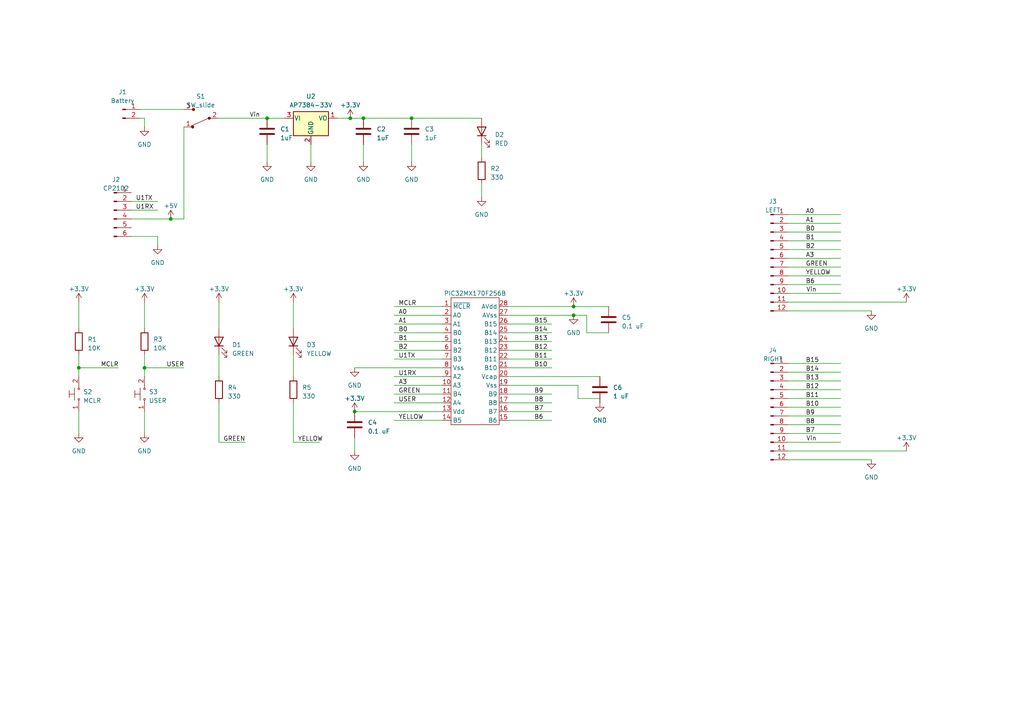
<source format=kicad_sch>
(kicad_sch (version 20230121) (generator eeschema)
  (paper "A4")
  (lib_symbols
    (symbol "Connector:Conn_01x02_Pin" (pin_names (offset 1.016) hide)
      (property "Reference" "J" (at 0 2.54 0))
      (property "Value" "Conn_01x02_Pin" (at 0 -5.08 0))
      (symbol "Conn_01x02_Pin_1_1"
        (polyline (pts (xy 1.27 -2.54) (xy 0.8636 -2.54)) (stroke (width 0.1524)))
        (polyline (pts (xy 1.27 0) (xy 0.8636 0)) (stroke (width 0.1524)))
        (rectangle (start 0.8636 -2.413) (end 0 -2.667) (stroke (width 0.1524)) (fill (type outline)))
        (rectangle (start 0.8636 0.127) (end 0 -0.127) (stroke (width 0.1524)) (fill (type outline)))
        (pin passive line (at 5.08 0 180) (length 3.81) (name "Pin_1") (number "1"))
        (pin passive line (at 5.08 -2.54 180) (length 3.81) (name "Pin_2") (number "2"))
      )
    )
    (symbol "Connector:Conn_01x06_Pin" (pin_names (offset 1.016) hide)
      (property "Reference" "J" (at 0 7.62 0))
      (property "Value" "Conn_01x06_Pin" (at 0 -10.16 0))
      (symbol "Conn_01x06_Pin_1_1"
        (polyline (pts (xy 1.27 -7.62) (xy 0.8636 -7.62)) (stroke (width 0.1524)))
        (polyline (pts (xy 1.27 -5.08) (xy 0.8636 -5.08)) (stroke (width 0.1524)))
        (polyline (pts (xy 1.27 -2.54) (xy 0.8636 -2.54)) (stroke (width 0.1524)))
        (polyline (pts (xy 1.27 0) (xy 0.8636 0)) (stroke (width 0.1524)))
        (polyline (pts (xy 1.27 2.54) (xy 0.8636 2.54)) (stroke (width 0.1524)))
        (polyline (pts (xy 1.27 5.08) (xy 0.8636 5.08)) (stroke (width 0.1524)))
        (rectangle (start 0.8636 -7.493) (end 0 -7.747) (stroke (width 0.1524)) (fill (type outline)))
        (rectangle (start 0.8636 -4.953) (end 0 -5.207) (stroke (width 0.1524)) (fill (type outline)))
        (rectangle (start 0.8636 -2.413) (end 0 -2.667) (stroke (width 0.1524)) (fill (type outline)))
        (rectangle (start 0.8636 0.127) (end 0 -0.127) (stroke (width 0.1524)) (fill (type outline)))
        (rectangle (start 0.8636 2.667) (end 0 2.413) (stroke (width 0.1524)) (fill (type outline)))
        (rectangle (start 0.8636 5.207) (end 0 4.953) (stroke (width 0.1524)) (fill (type outline)))
        (pin passive line (at 5.08 5.08 180) (length 3.81) (name "Pin_1") (number "1"))
        (pin passive line (at 5.08 2.54 180) (length 3.81) (name "Pin_2") (number "2"))
        (pin passive line (at 5.08 0 180) (length 3.81) (name "Pin_3") (number "3"))
        (pin passive line (at 5.08 -2.54 180) (length 3.81) (name "Pin_4") (number "4"))
        (pin passive line (at 5.08 -5.08 180) (length 3.81) (name "Pin_5") (number "5"))
        (pin passive line (at 5.08 -7.62 180) (length 3.81) (name "Pin_6") (number "6"))
      )
    )
    (symbol "Connector:Conn_01x12_Pin" (pin_names (offset 1.016) hide)
      (property "Reference" "J" (at 0 15.24 0))
      (property "Value" "Conn_01x12_Pin" (at 0 -17.78 0))
      (symbol "Conn_01x12_Pin_1_1"
        (polyline (pts (xy 1.27 -15.24) (xy 0.8636 -15.24)) (stroke (width 0.1524)))
        (polyline (pts (xy 1.27 -12.7) (xy 0.8636 -12.7)) (stroke (width 0.1524)))
        (polyline (pts (xy 1.27 -10.16) (xy 0.8636 -10.16)) (stroke (width 0.1524)))
        (polyline (pts (xy 1.27 -7.62) (xy 0.8636 -7.62)) (stroke (width 0.1524)))
        (polyline (pts (xy 1.27 -5.08) (xy 0.8636 -5.08)) (stroke (width 0.1524)))
        (polyline (pts (xy 1.27 -2.54) (xy 0.8636 -2.54)) (stroke (width 0.1524)))
        (polyline (pts (xy 1.27 0) (xy 0.8636 0)) (stroke (width 0.1524)))
        (polyline (pts (xy 1.27 2.54) (xy 0.8636 2.54)) (stroke (width 0.1524)))
        (polyline (pts (xy 1.27 5.08) (xy 0.8636 5.08)) (stroke (width 0.1524)))
        (polyline (pts (xy 1.27 7.62) (xy 0.8636 7.62)) (stroke (width 0.1524)))
        (polyline (pts (xy 1.27 10.16) (xy 0.8636 10.16)) (stroke (width 0.1524)))
        (polyline (pts (xy 1.27 12.7) (xy 0.8636 12.7)) (stroke (width 0.1524)))
        (rectangle (start 0.8636 -15.113) (end 0 -15.367) (stroke (width 0.1524)) (fill (type outline)))
        (rectangle (start 0.8636 -12.573) (end 0 -12.827) (stroke (width 0.1524)) (fill (type outline)))
        (rectangle (start 0.8636 -10.033) (end 0 -10.287) (stroke (width 0.1524)) (fill (type outline)))
        (rectangle (start 0.8636 -7.493) (end 0 -7.747) (stroke (width 0.1524)) (fill (type outline)))
        (rectangle (start 0.8636 -4.953) (end 0 -5.207) (stroke (width 0.1524)) (fill (type outline)))
        (rectangle (start 0.8636 -2.413) (end 0 -2.667) (stroke (width 0.1524)) (fill (type outline)))
        (rectangle (start 0.8636 0.127) (end 0 -0.127) (stroke (width 0.1524)) (fill (type outline)))
        (rectangle (start 0.8636 2.667) (end 0 2.413) (stroke (width 0.1524)) (fill (type outline)))
        (rectangle (start 0.8636 5.207) (end 0 4.953) (stroke (width 0.1524)) (fill (type outline)))
        (rectangle (start 0.8636 7.747) (end 0 7.493) (stroke (width 0.1524)) (fill (type outline)))
        (rectangle (start 0.8636 10.287) (end 0 10.033) (stroke (width 0.1524)) (fill (type outline)))
        (rectangle (start 0.8636 12.827) (end 0 12.573) (stroke (width 0.1524)) (fill (type outline)))
        (pin passive line (at 5.08 12.7 180) (length 3.81) (name "Pin_1") (number "1"))
        (pin passive line (at 5.08 -10.16 180) (length 3.81) (name "Pin_10") (number "10"))
        (pin passive line (at 5.08 -12.7 180) (length 3.81) (name "Pin_11") (number "11"))
        (pin passive line (at 5.08 -15.24 180) (length 3.81) (name "Pin_12") (number "12"))
        (pin passive line (at 5.08 10.16 180) (length 3.81) (name "Pin_2") (number "2"))
        (pin passive line (at 5.08 7.62 180) (length 3.81) (name "Pin_3") (number "3"))
        (pin passive line (at 5.08 5.08 180) (length 3.81) (name "Pin_4") (number "4"))
        (pin passive line (at 5.08 2.54 180) (length 3.81) (name "Pin_5") (number "5"))
        (pin passive line (at 5.08 0 180) (length 3.81) (name "Pin_6") (number "6"))
        (pin passive line (at 5.08 -2.54 180) (length 3.81) (name "Pin_7") (number "7"))
        (pin passive line (at 5.08 -5.08 180) (length 3.81) (name "Pin_8") (number "8"))
        (pin passive line (at 5.08 -7.62 180) (length 3.81) (name "Pin_9") (number "9"))
      )
    )
    (symbol "DK slide switch:EG1218" (pin_names (offset 0))
      (property "Reference" "S" (at -3.81 2.286 0))
      (property "Value" "EG1218" (at 0 -5.334 0))
      (symbol "EG1218_0_1"
        (circle (center -2.286 0) (radius 0.3556) (fill (type outline)))
        (polyline (pts (xy -2.032 0) (xy 3.048 2.286)))
        (circle (center 2.286 -2.54) (radius 0.3556) (fill (type outline)))
        (circle (center 2.54 2.54) (radius 0.3556) (fill (type outline)))
      )
      (symbol "EG1218_1_1"
        (pin passive line (at 5.08 2.54 180) (length 2.54) (name "~") (number "1"))
        (pin passive line (at -5.08 0 0) (length 2.54) (name "~") (number "2"))
        (pin passive line (at 5.08 -2.54 180) (length 2.54) (name "~") (number "3"))
      )
    )
    (symbol "Device:C" (pin_numbers hide) (pin_names (offset 0.254))
      (property "Reference" "C" (at 0.635 2.54 0))
      (property "Value" "C" (at 0.635 -2.54 0))
      (symbol "C_0_1"
        (polyline (pts (xy -2.032 -0.762) (xy 2.032 -0.762)) (stroke (width 0.508)))
        (polyline (pts (xy -2.032 0.762) (xy 2.032 0.762)) (stroke (width 0.508)))
      )
      (symbol "C_1_1"
        (pin passive line (at 0 3.81 270) (length 2.794) (name "~") (number "1"))
        (pin passive line (at 0 -3.81 90) (length 2.794) (name "~") (number "2"))
      )
    )
    (symbol "Device:LED" (pin_numbers hide) (pin_names (offset 1.016) hide)
      (property "Reference" "D" (at 0 2.54 0))
      (property "Value" "LED" (at 0 -2.54 0))
      (symbol "LED_0_1"
        (polyline (pts (xy -1.27 -1.27) (xy -1.27 1.27)) (stroke (width 0.254)))
        (polyline (pts (xy -1.27 0) (xy 1.27 0)))
        (polyline (pts (xy 1.27 -1.27) (xy 1.27 1.27) (xy -1.27 0) (xy 1.27 -1.27)) (stroke (width 0.254)))
        (polyline (pts (xy -3.048 -0.762) (xy -4.572 -2.286) (xy -3.81 -2.286) (xy -4.572 -2.286) (xy -4.572 -1.524)))
        (polyline (pts (xy -1.778 -0.762) (xy -3.302 -2.286) (xy -2.54 -2.286) (xy -3.302 -2.286) (xy -3.302 -1.524)))
      )
      (symbol "LED_1_1"
        (pin passive line (at -3.81 0 0) (length 2.54) (name "K") (number "1"))
        (pin passive line (at 3.81 0 180) (length 2.54) (name "A") (number "2"))
      )
    )
    (symbol "Device:R" (pin_numbers hide) (pin_names (offset 0))
      (property "Reference" "R" (at 2.032 0 90))
      (property "Value" "R" (at 0 0 90))
      (symbol "R_0_1"
        (rectangle (start -1.016 -2.54) (end 1.016 2.54) (stroke (width 0.254)))
      )
      (symbol "R_1_1"
        (pin passive line (at 0 3.81 270) (length 1.27) (name "~") (number "1"))
        (pin passive line (at 0 -3.81 90) (length 1.27) (name "~") (number "2"))
      )
    )
    (symbol "ME 433:AP7384-33V" (pin_names (offset 0.254))
      (property "Reference" "U" (at -3.81 3.175 0))
      (property "Value" "AP7384-33V" (at 0 3.175 0))
      (symbol "AP7384-33V_0_1"
        (rectangle (start -5.08 1.905) (end 5.08 -5.08) (stroke (width 0.254)) (fill (type background)))
      )
      (symbol "AP7384-33V_1_1"
        (pin power_out line (at 7.62 0 180) (length 2.54) (name "VO") (number "1"))
        (pin power_in line (at 0 -7.62 90) (length 2.54) (name "GND") (number "2"))
        (pin power_in line (at -7.62 0 0) (length 2.54) (name "VI") (number "3"))
      )
    )
    (symbol "ME 433:GPTS203211B" (pin_names (offset 1.016))
      (property "Reference" "S" (at -3.81 3.81 0))
      (property "Value" "GPTS203211B" (at 0 -2.54 0))
      (symbol "GPTS203211B_0_1"
        (circle (center -1.524 0) (radius 0.254))
        (polyline (pts (xy -2.54 0) (xy -1.778 0)))
        (polyline (pts (xy -1.778 1.27) (xy 1.778 1.27)))
        (polyline (pts (xy -1.016 2.794) (xy 1.016 2.794)))
        (polyline (pts (xy 0 1.27) (xy 0 2.794)))
        (polyline (pts (xy 2.54 0) (xy 1.778 0)))
        (circle (center 1.524 0) (radius 0.254))
      )
      (symbol "GPTS203211B_1_1"
        (pin passive line (at -5.08 0 0) (length 2.54) (name "~") (number "1"))
        (pin passive line (at 5.08 0 180) (length 2.54) (name "~") (number "2"))
      )
    )
    (symbol "ME 433:PIC32MX170F256B"
      (property "Value" "PIC32MX170F256B" (at 0 0 0))
      (symbol "PIC32MX170F256B_0_1"
        (rectangle (start -7.62 -1.27) (end 6.35 -38.1))
      )
      (symbol "PIC32MX170F256B_1_1"
        (pin input line (at -10.16 -3.81 0) (length 2.54) (name "~{MCLR}") (number "1"))
        (pin input line (at -10.16 -26.67 0) (length 2.54) (name "A3") (number "10"))
        (pin output line (at -10.16 -29.21 0) (length 2.54) (name "B4") (number "11"))
        (pin input line (at -10.16 -31.75 0) (length 2.54) (name "A4") (number "12"))
        (pin input line (at -10.16 -34.29 0) (length 2.54) (name "Vdd") (number "13"))
        (pin output line (at -10.16 -36.83 0) (length 2.54) (name "B5") (number "14"))
        (pin input line (at 8.89 -36.83 180) (length 2.54) (name "B6") (number "15"))
        (pin input line (at 8.89 -34.29 180) (length 2.54) (name "B7") (number "16"))
        (pin input line (at 8.89 -31.75 180) (length 2.54) (name "B8") (number "17"))
        (pin input line (at 8.89 -29.21 180) (length 2.54) (name "B9") (number "18"))
        (pin input line (at 8.89 -26.67 180) (length 2.54) (name "Vss") (number "19"))
        (pin input line (at -10.16 -6.35 0) (length 2.54) (name "A0") (number "2"))
        (pin input line (at 8.89 -24.13 180) (length 2.54) (name "Vcap") (number "20"))
        (pin input line (at 8.89 -21.59 180) (length 2.54) (name "B10") (number "21"))
        (pin input line (at 8.89 -19.05 180) (length 2.54) (name "B11") (number "22"))
        (pin input line (at 8.89 -16.51 180) (length 2.54) (name "B12") (number "23"))
        (pin input line (at 8.89 -13.97 180) (length 2.54) (name "B13") (number "24"))
        (pin input line (at 8.89 -11.43 180) (length 2.54) (name "B14") (number "25"))
        (pin input line (at 8.89 -8.89 180) (length 2.54) (name "B15") (number "26"))
        (pin input line (at 8.89 -6.35 180) (length 2.54) (name "AVss") (number "27"))
        (pin input line (at 8.89 -3.81 180) (length 2.54) (name "AVdd") (number "28"))
        (pin input line (at -10.16 -8.89 0) (length 2.54) (name "A1") (number "3"))
        (pin input line (at -10.16 -11.43 0) (length 2.54) (name "B0") (number "4"))
        (pin input line (at -10.16 -13.97 0) (length 2.54) (name "B1") (number "5"))
        (pin input line (at -10.16 -16.51 0) (length 2.54) (name "B2") (number "6"))
        (pin input line (at -10.16 -19.05 0) (length 2.54) (name "B3") (number "7"))
        (pin input line (at -10.16 -21.59 0) (length 2.54) (name "Vss") (number "8"))
        (pin input line (at -10.16 -24.13 0) (length 2.54) (name "A2") (number "9"))
      )
    )
    (symbol "power:+3.3V" (power) (pin_names (offset 0))
      (property "Value" "+3.3V" (at 0 3.556 0))
      (symbol "+3.3V_0_1"
        (polyline (pts (xy -0.762 1.27) (xy 0 2.54)))
        (polyline (pts (xy 0 0) (xy 0 2.54)))
        (polyline (pts (xy 0 2.54) (xy 0.762 1.27)))
      )
      (symbol "+3.3V_1_1"
        (pin power_in line (at 0 0 90) (length 0) hide (name "+3.3V") (number "1"))
      )
    )
    (symbol "power:+5V" (power) (pin_names (offset 0))
      (property "Value" "+5V" (at 0 3.556 0))
      (symbol "+5V_0_1"
        (polyline (pts (xy -0.762 1.27) (xy 0 2.54)))
        (polyline (pts (xy 0 0) (xy 0 2.54)))
        (polyline (pts (xy 0 2.54) (xy 0.762 1.27)))
      )
      (symbol "+5V_1_1"
        (pin power_in line (at 0 0 90) (length 0) hide (name "+5V") (number "1"))
      )
    )
    (symbol "power:GND" (power) (pin_names (offset 0))
      (property "Value" "GND" (at 0 -3.81 0))
      (symbol "GND_0_1"
        (polyline (pts (xy 0 0) (xy 0 -1.27) (xy 1.27 -1.27) (xy 0 -2.54) (xy -1.27 -1.27) (xy 0 -1.27)))
      )
      (symbol "GND_1_1"
        (pin power_in line (at 0 0 270) (length 0) hide (name "GND") (number "1"))
      )
    )
  )
  (junction (at 105.41 34.29))
  (junction (at 22.86 106.68))
  (junction (at 41.91 106.68))
  (junction (at 102.87 119.38))
  (junction (at 166.37 88.9))
  (junction (at 101.6 34.29))
  (junction (at 49.53 63.5))
  (junction (at 166.37 91.44))
  (junction (at 77.47 34.29))
  (junction (at 119.38 34.29))
  (wire (pts (xy 101.6 34.29) (xy 105.41 34.29)))
  (wire (pts (xy 147.32 104.14) (xy 160.02 104.14)))
  (wire (pts (xy 77.47 34.29) (xy 82.55 34.29)))
  (wire (pts (xy 228.6 85.09) (xy 243.84 85.09)))
  (wire (pts (xy 139.7 41.91) (xy 139.7 45.72)))
  (wire (pts (xy 40.64 34.29) (xy 41.91 34.29)))
  (wire (pts (xy 167.64 115.57) (xy 167.64 111.76)))
  (wire (pts (xy 22.86 119.38) (xy 22.86 125.73)))
  (wire (pts (xy 147.32 101.6) (xy 160.02 101.6)))
  (wire (pts (xy 228.6 69.85) (xy 243.84 69.85)))
  (wire (pts (xy 45.72 68.58) (xy 45.72 71.12)))
  (wire (pts (xy 85.09 102.87) (xy 85.09 109.22)))
  (wire (pts (xy 22.86 106.68) (xy 34.29 106.68)))
  (wire (pts (xy 49.53 63.5) (xy 53.34 63.5)))
  (wire (pts (xy 114.3 114.3) (xy 128.27 114.3)))
  (wire (pts (xy 38.1 58.42) (xy 45.72 58.42)))
  (wire (pts (xy 228.6 74.93) (xy 243.84 74.93)))
  (wire (pts (xy 85.09 128.27) (xy 92.71 128.27)))
  (wire (pts (xy 228.6 107.95) (xy 243.84 107.95)))
  (wire (pts (xy 38.1 63.5) (xy 49.53 63.5)))
  (wire (pts (xy 38.1 68.58) (xy 45.72 68.58)))
  (wire (pts (xy 53.34 36.83) (xy 53.34 63.5)))
  (wire (pts (xy 147.32 119.38) (xy 160.02 119.38)))
  (wire (pts (xy 228.6 133.35) (xy 252.73 133.35)))
  (wire (pts (xy 139.7 53.34) (xy 139.7 57.15)))
  (wire (pts (xy 228.6 87.63) (xy 262.89 87.63)))
  (wire (pts (xy 40.64 31.75) (xy 53.34 31.75)))
  (wire (pts (xy 102.87 106.68) (xy 128.27 106.68)))
  (wire (pts (xy 85.09 116.84) (xy 85.09 128.27)))
  (wire (pts (xy 41.91 119.38) (xy 41.91 125.73)))
  (wire (pts (xy 228.6 113.03) (xy 243.84 113.03)))
  (wire (pts (xy 228.6 80.01) (xy 243.84 80.01)))
  (wire (pts (xy 228.6 105.41) (xy 243.84 105.41)))
  (wire (pts (xy 114.3 88.9) (xy 128.27 88.9)))
  (wire (pts (xy 228.6 82.55) (xy 243.84 82.55)))
  (wire (pts (xy 228.6 128.27) (xy 243.84 128.27)))
  (wire (pts (xy 41.91 34.29) (xy 41.91 36.83)))
  (wire (pts (xy 228.6 90.17) (xy 252.73 90.17)))
  (wire (pts (xy 170.18 96.52) (xy 170.18 91.44)))
  (wire (pts (xy 176.53 96.52) (xy 170.18 96.52)))
  (wire (pts (xy 63.5 116.84) (xy 63.5 128.27)))
  (wire (pts (xy 228.6 62.23) (xy 243.84 62.23)))
  (wire (pts (xy 114.3 91.44) (xy 128.27 91.44)))
  (wire (pts (xy 63.5 102.87) (xy 63.5 109.22)))
  (wire (pts (xy 105.41 34.29) (xy 119.38 34.29)))
  (wire (pts (xy 38.1 60.96) (xy 45.72 60.96)))
  (wire (pts (xy 114.3 99.06) (xy 128.27 99.06)))
  (wire (pts (xy 147.32 111.76) (xy 167.64 111.76)))
  (wire (pts (xy 105.41 41.91) (xy 105.41 46.99)))
  (wire (pts (xy 147.32 116.84) (xy 160.02 116.84)))
  (wire (pts (xy 147.32 99.06) (xy 160.02 99.06)))
  (wire (pts (xy 147.32 88.9) (xy 166.37 88.9)))
  (wire (pts (xy 228.6 120.65) (xy 243.84 120.65)))
  (wire (pts (xy 119.38 34.29) (xy 139.7 34.29)))
  (wire (pts (xy 228.6 110.49) (xy 243.84 110.49)))
  (wire (pts (xy 147.32 109.22) (xy 173.99 109.22)))
  (wire (pts (xy 63.5 128.27) (xy 71.12 128.27)))
  (wire (pts (xy 102.87 127) (xy 102.87 130.81)))
  (wire (pts (xy 228.6 123.19) (xy 243.84 123.19)))
  (wire (pts (xy 41.91 87.63) (xy 41.91 95.25)))
  (wire (pts (xy 63.5 87.63) (xy 63.5 95.25)))
  (wire (pts (xy 22.86 87.63) (xy 22.86 95.25)))
  (wire (pts (xy 22.86 102.87) (xy 22.86 106.68)))
  (wire (pts (xy 77.47 41.91) (xy 77.47 46.99)))
  (wire (pts (xy 114.3 93.98) (xy 128.27 93.98)))
  (wire (pts (xy 228.6 118.11) (xy 243.84 118.11)))
  (wire (pts (xy 114.3 104.14) (xy 128.27 104.14)))
  (wire (pts (xy 147.32 96.52) (xy 160.02 96.52)))
  (wire (pts (xy 147.32 93.98) (xy 160.02 93.98)))
  (wire (pts (xy 114.3 121.92) (xy 128.27 121.92)))
  (wire (pts (xy 166.37 91.44) (xy 170.18 91.44)))
  (wire (pts (xy 147.32 114.3) (xy 160.02 114.3)))
  (wire (pts (xy 173.99 115.57) (xy 167.64 115.57)))
  (wire (pts (xy 41.91 102.87) (xy 41.91 106.68)))
  (wire (pts (xy 228.6 115.57) (xy 243.84 115.57)))
  (wire (pts (xy 102.87 119.38) (xy 128.27 119.38)))
  (wire (pts (xy 114.3 116.84) (xy 128.27 116.84)))
  (wire (pts (xy 147.32 106.68) (xy 160.02 106.68)))
  (wire (pts (xy 90.17 41.91) (xy 90.17 46.99)))
  (wire (pts (xy 228.6 130.81) (xy 262.89 130.81)))
  (wire (pts (xy 166.37 88.9) (xy 176.53 88.9)))
  (wire (pts (xy 119.38 41.91) (xy 119.38 46.99)))
  (wire (pts (xy 97.79 34.29) (xy 101.6 34.29)))
  (wire (pts (xy 114.3 111.76) (xy 128.27 111.76)))
  (wire (pts (xy 85.09 87.63) (xy 85.09 95.25)))
  (wire (pts (xy 114.3 96.52) (xy 128.27 96.52)))
  (wire (pts (xy 228.6 72.39) (xy 243.84 72.39)))
  (wire (pts (xy 114.3 101.6) (xy 128.27 101.6)))
  (wire (pts (xy 114.3 109.22) (xy 128.27 109.22)))
  (wire (pts (xy 228.6 77.47) (xy 243.84 77.47)))
  (wire (pts (xy 228.6 125.73) (xy 243.84 125.73)))
  (wire (pts (xy 147.32 121.92) (xy 160.02 121.92)))
  (wire (pts (xy 22.86 106.68) (xy 22.86 109.22)))
  (wire (pts (xy 147.32 91.44) (xy 166.37 91.44)))
  (wire (pts (xy 41.91 106.68) (xy 53.34 106.68)))
  (wire (pts (xy 63.5 34.29) (xy 77.47 34.29)))
  (wire (pts (xy 228.6 67.31) (xy 243.84 67.31)))
  (wire (pts (xy 41.91 106.68) (xy 41.91 109.22)))
  (wire (pts (xy 228.6 64.77) (xy 243.84 64.77)))
  (label "B6" (at 154.94 121.92 0))
  (label "B9" (at 233.68 120.65 0))
  (label "U1RX" (at 39.37 60.96 0))
  (label "B13" (at 154.94 99.06 0))
  (label "B8" (at 233.68 123.19 0))
  (label "A0" (at 115.57 91.44 0))
  (label "B0" (at 233.68 67.31 0))
  (label "B12" (at 233.68 113.03 0))
  (label "U1TX" (at 115.57 104.14 0))
  (label "GREEN" (at 64.77 128.27 0))
  (label "MCLR" (at 115.57 88.9 0))
  (label "B6" (at 233.68 82.55 0))
  (label "A3" (at 118.11 111.76 180))
  (label "B15" (at 233.68 105.41 0))
  (label "Vin" (at 233.8205 128.1704 0))
  (label "Vin" (at 233.8205 84.9904 0))
  (label "YELLOW" (at 233.68 80.01 0))
  (label "B0" (at 115.57 96.52 0))
  (label "B1" (at 115.57 99.06 0))
  (label "B2" (at 115.57 101.6 0))
  (label "YELLOW" (at 86.36 128.27 0))
  (label "A1" (at 233.68 64.77 0))
  (label "B10" (at 154.94 106.68 0))
  (label "USER" (at 115.57 116.84 0))
  (label "A1" (at 115.57 93.98 0))
  (label "B2" (at 233.68 72.39 0))
  (label "U1TX" (at 39.37 58.42 0))
  (label "B9" (at 154.94 114.3 0))
  (label "USER" (at 48.26 106.68 0))
  (label "GREEN" (at 115.57 114.3 0))
  (label "B13" (at 233.68 110.49 0))
  (label "B11" (at 154.94 104.14 0))
  (label "B11" (at 233.68 115.57 0))
  (label "MCLR" (at 29.21 106.68 0))
  (label "B1" (at 233.68 69.85 0))
  (label "B7" (at 154.94 119.38 0))
  (label "B14" (at 233.68 107.95 0))
  (label "B15" (at 154.94 93.98 0))
  (label "A3" (at 233.68 74.93 0))
  (label "YELLOW" (at 115.57 121.92 0))
  (label "B12" (at 154.94 101.6 0))
  (label "B7" (at 233.68 125.73 0))
  (label "U1RX" (at 115.57 109.22 0))
  (label "Vin" (at 72.39 34.29 0))
  (label "B10" (at 233.68 118.11 0))
  (label "GREEN" (at 233.68 77.47 0))
  (label "B14" (at 154.94 96.52 0))
  (label "A0" (at 233.68 62.23 0))
  (label "B8" (at 154.94 116.84 0))
  (symbol (lib_id "Device:C") (at 176.53 92.71 0) (unit 1)
    (property "Reference" "C5" (at 180.34 92.075 0) (effects (justify left)))
    (property "Value" "0.1 uF" (at 180.34 94.615 0) (effects (justify left)))
    (property "Footprint" "Capacitor_THT:C_Disc_D5.0mm_W2.5mm_P2.50mm" (effects hide))
  )
  (symbol (lib_id "power:GND") (at 119.38 46.99 0) (unit 1)
    (property "Reference" "#PWR010" (effects hide))
    (property "Value" "GND" (at 119.38 52.07 0))
  )
  (symbol (lib_id "Device:C") (at 77.47 38.1 0) (unit 1)
    (property "Reference" "C1" (at 81.28 37.465 0) (effects (justify left)))
    (property "Value" "1uF" (at 81.28 40.005 0) (effects (justify left)))
    (property "Footprint" "Capacitor_THT:C_Disc_D5.1mm_W3.2mm_P5.00mm" (effects hide))
  )
  (symbol (lib_id "power:+3.3V") (at 102.87 119.38 0) (unit 1)
    (property "Reference" "#PWR018" (effects hide))
    (property "Value" "+3.3V" (at 102.87 115.57 0))
  )
  (symbol (lib_id "power:GND") (at 102.87 130.81 0) (unit 1)
    (property "Reference" "#PWR017" (effects hide))
    (property "Value" "GND" (at 102.87 135.89 0))
  )
  (symbol (lib_id "Device:R") (at 63.5 113.03 0) (unit 1)
    (property "Reference" "R4" (at 66.04 112.395 0) (effects (justify left)))
    (property "Value" "330" (at 66.04 114.935 0) (effects (justify left)))
    (property "Footprint" "Resistor_THT:R_Axial_DIN0207_L6.3mm_D2.5mm_P7.62mm_Horizontal" (effects hide))
  )
  (symbol (lib_id "power:+3.3V") (at 262.89 87.63 0) (unit 1)
    (property "Reference" "#PWR022" (effects hide))
    (property "Value" "+3.3V" (at 262.89 83.82 0))
  )
  (symbol (lib_id "DK slide switch:EG1218") (at 58.42 34.29 180) (unit 1)
    (property "Reference" "S1" (at 58.2168 27.94 0))
    (property "Value" "SW_slide" (at 58.2168 30.48 0))
    (property "Footprint" "digikey-footprints:Switch_Slide_11.6x4mm_EG1218" (effects hide))
    (property "Datasheet" "http://spec_sheets.e-switch.com/specs/P040040.pdf" (effects hide))
    (property "Digi-Key_PN" "EG1903-ND" (effects hide))
    (property "MPN" "EG1218" (effects hide))
    (property "Category" "Switches" (effects hide))
    (property "Family" "Slide Switches" (effects hide))
    (property "DK_Datasheet_Link" "http://spec_sheets.e-switch.com/specs/P040040.pdf" (effects hide))
    (property "DK_Detail_Page" "/product-detail/en/e-switch/EG1218/EG1903-ND/101726" (effects hide))
    (property "Description" "SWITCH SLIDE SPDT 200MA 30V" (effects hide))
    (property "Manufacturer" "E-Switch" (effects hide))
    (property "Status" "Active" (effects hide))
  )
  (symbol (lib_id "power:+3.3V") (at 41.91 87.63 0) (unit 1)
    (property "Reference" "#PWR012" (effects hide))
    (property "Value" "+3.3V" (at 41.91 83.82 0))
  )
  (symbol (lib_id "power:GND") (at 22.86 125.73 0) (unit 1)
    (property "Reference" "#PWR03" (effects hide))
    (property "Value" "GND" (at 22.86 130.81 0))
  )
  (symbol (lib_id "Connector:Conn_01x02_Pin") (at 35.56 31.75 0) (unit 1)
    (property "Reference" "J1" (at 35.56 26.67 0))
    (property "Value" "Battery" (at 35.56 29.21 0))
    (property "Footprint" "Connector_PinSocket_2.54mm:PinSocket_1x02_P2.54mm_Vertical" (effects hide))
  )
  (symbol (lib_id "power:+3.3V") (at 166.37 88.9 0) (unit 1)
    (property "Reference" "#PWR019" (effects hide))
    (property "Value" "+3.3V" (at 166.37 85.09 0))
  )
  (symbol (lib_id "Connector:Conn_01x06_Pin") (at 33.02 60.96 0) (unit 1)
    (property "Reference" "J2" (at 33.655 52.07 0))
    (property "Value" "CP2102" (at 33.655 54.61 0))
    (property "Footprint" "Connector_PinSocket_2.54mm:PinSocket_1x06_P2.54mm_Vertical" (effects hide))
  )
  (symbol (lib_id "power:+3.3V") (at 262.89 130.81 0) (unit 1)
    (property "Reference" "#PWR025" (effects hide))
    (property "Value" "+3.3V" (at 262.89 127 0))
  )
  (symbol (lib_id "ME 433:AP7384-33V") (at 90.17 34.29 0) (unit 1)
    (property "Reference" "U2" (at 90.17 27.94 0))
    (property "Value" "AP7384-33V" (at 90.17 30.48 0))
    (property "Footprint" "Package_TO_SOT_THT:TO-92L_Inline" (effects hide))
  )
  (symbol (lib_id "Device:R") (at 85.09 113.03 0) (unit 1)
    (property "Reference" "R5" (at 87.63 112.395 0) (effects (justify left)))
    (property "Value" "330" (at 87.63 114.935 0) (effects (justify left)))
    (property "Footprint" "Resistor_THT:R_Axial_DIN0207_L6.3mm_D2.5mm_P7.62mm_Horizontal" (effects hide))
  )
  (symbol (lib_id "power:GND") (at 173.99 116.84 0) (unit 1)
    (property "Reference" "#PWR021" (effects hide))
    (property "Value" "GND" (at 173.99 121.92 0))
  )
  (symbol (lib_id "power:+3.3V") (at 85.09 87.63 0) (unit 1)
    (property "Reference" "#PWR016" (effects hide))
    (property "Value" "+3.3V" (at 85.09 83.82 0))
  )
  (symbol (lib_id "power:GND") (at 139.7 57.15 0) (unit 1)
    (property "Reference" "#PWR011" (effects hide))
    (property "Value" "GND" (at 139.7 62.23 0))
  )
  (symbol (lib_id "Device:LED") (at 139.7 38.1 90) (unit 1)
    (property "Reference" "D2" (at 143.51 39.0525 90) (effects (justify right)))
    (property "Value" "RED" (at 143.51 41.5925 90) (effects (justify right)))
    (property "Footprint" "LED_THT:LED_D3.0mm" (effects hide))
  )
  (symbol (lib_id "Device:LED") (at 85.09 99.06 90) (unit 1)
    (property "Reference" "D3" (at 88.9 100.0125 90) (effects (justify right)))
    (property "Value" "YELLOW" (at 88.9 102.5525 90) (effects (justify right)))
    (property "Footprint" "LED_THT:LED_D3.0mm" (effects hide))
  )
  (symbol (lib_id "Device:LED") (at 63.5 99.06 90) (unit 1)
    (property "Reference" "D1" (at 67.31 100.0125 90) (effects (justify right)))
    (property "Value" "GREEN" (at 67.31 102.5525 90) (effects (justify right)))
    (property "Footprint" "LED_THT:LED_D3.0mm" (effects hide))
  )
  (symbol (lib_id "power:GND") (at 105.41 46.99 0) (unit 1)
    (property "Reference" "#PWR09" (effects hide))
    (property "Value" "GND" (at 105.41 52.07 0))
  )
  (symbol (lib_id "power:+5V") (at 49.53 63.5 0) (unit 1)
    (property "Reference" "#PWR05" (effects hide))
    (property "Value" "+5V" (at 49.53 59.69 0))
  )
  (symbol (lib_id "Device:C") (at 173.99 113.03 0) (unit 1)
    (property "Reference" "C6" (at 177.8 112.395 0) (effects (justify left)))
    (property "Value" "1 uF" (at 177.8 114.935 0) (effects (justify left)))
    (property "Footprint" "Capacitor_THT:C_Disc_D5.1mm_W3.2mm_P5.00mm" (effects hide))
  )
  (symbol (lib_id "Device:R") (at 139.7 49.53 0) (unit 1)
    (property "Reference" "R2" (at 142.24 48.895 0) (effects (justify left)))
    (property "Value" "330" (at 142.24 51.435 0) (effects (justify left)))
    (property "Footprint" "Resistor_THT:R_Axial_DIN0207_L6.3mm_D2.5mm_P7.62mm_Horizontal" (effects hide))
  )
  (symbol (lib_id "power:+3.3V") (at 101.6 34.29 0) (unit 1)
    (property "Reference" "#PWR01" (effects hide))
    (property "Value" "+3.3V" (at 101.6 30.48 0))
  )
  (symbol (lib_id "Device:R") (at 22.86 99.06 0) (unit 1)
    (property "Reference" "R1" (at 25.4 98.425 0) (effects (justify left)))
    (property "Value" "10K" (at 25.4 100.965 0) (effects (justify left)))
    (property "Footprint" "Resistor_THT:R_Axial_DIN0207_L6.3mm_D2.5mm_P7.62mm_Horizontal" (effects hide))
  )
  (symbol (lib_id "power:GND") (at 102.87 106.68 0) (unit 1)
    (property "Reference" "#PWR015" (effects hide))
    (property "Value" "GND" (at 102.87 111.76 0))
  )
  (symbol (lib_id "Connector:Conn_01x12_Pin") (at 223.52 118.11 0) (unit 1)
    (property "Reference" "J4" (at 224.155 101.6 0))
    (property "Value" "RIGHT" (at 224.155 104.14 0))
    (property "Footprint" "Connector_PinSocket_2.54mm:PinSocket_1x12_P2.54mm_Vertical" (effects hide))
  )
  (symbol (lib_id "power:GND") (at 252.73 90.17 0) (unit 1)
    (property "Reference" "#PWR023" (effects hide))
    (property "Value" "GND" (at 252.73 95.25 0))
  )
  (symbol (lib_id "Connector:Conn_01x12_Pin") (at 223.52 74.93 0) (unit 1)
    (property "Reference" "J3" (at 224.155 58.42 0))
    (property "Value" "LEFT" (at 224.155 60.96 0))
    (property "Footprint" "Connector_PinSocket_2.54mm:PinSocket_1x12_P2.54mm_Vertical" (effects hide))
  )
  (symbol (lib_id "power:GND") (at 252.73 133.35 0) (unit 1)
    (property "Reference" "#PWR024" (effects hide))
    (property "Value" "GND" (at 252.73 138.43 0))
  )
  (symbol (lib_id "power:GND") (at 166.37 91.44 0) (unit 1)
    (property "Reference" "#PWR020" (effects hide))
    (property "Value" "GND" (at 166.37 96.52 0))
  )
  (symbol (lib_id "Device:R") (at 41.91 99.06 0) (unit 1)
    (property "Reference" "R3" (at 44.45 98.425 0) (effects (justify left)))
    (property "Value" "10K" (at 44.45 100.965 0) (effects (justify left)))
    (property "Footprint" "Resistor_THT:R_Axial_DIN0207_L6.3mm_D2.5mm_P7.62mm_Horizontal" (effects hide))
  )
  (symbol (lib_id "power:GND") (at 90.17 46.99 0) (unit 1)
    (property "Reference" "#PWR08" (effects hide))
    (property "Value" "GND" (at 90.17 52.07 0))
  )
  (symbol (lib_id "power:+3.3V") (at 63.5 87.63 0) (unit 1)
    (property "Reference" "#PWR014" (effects hide))
    (property "Value" "+3.3V" (at 63.5 83.82 0))
  )
  (symbol (lib_id "ME 433:PIC32MX170F256B") (at 138.43 85.09 0) (unit 1)
    (property "Reference" "U1" (effects hide))
    (property "Value" "PIC32MX170F256B" (at 137.795 85.09 0))
    (property "Footprint" "Package_DIP:DIP-28_W7.62mm_Socket" (effects hide))
  )
  (symbol (lib_id "power:GND") (at 77.47 46.99 0) (unit 1)
    (property "Reference" "#PWR07" (effects hide))
    (property "Value" "GND" (at 77.47 52.07 0))
  )
  (symbol (lib_id "Device:C") (at 105.41 38.1 0) (unit 1)
    (property "Reference" "C2" (at 109.22 37.465 0) (effects (justify left)))
    (property "Value" "1uF" (at 109.22 40.005 0) (effects (justify left)))
    (property "Footprint" "Capacitor_THT:C_Disc_D5.1mm_W3.2mm_P5.00mm" (effects hide))
  )
  (symbol (lib_id "ME 433:GPTS203211B") (at 22.86 114.3 90) (unit 1)
    (property "Reference" "S2" (at 24.13 113.665 90) (effects (justify right)))
    (property "Value" "MCLR" (at 24.13 116.205 90) (effects (justify right)))
    (property "Footprint" "pic32:Push_Button" (effects hide))
    (property "Datasheet" "http://switches-connectors-custom.cwind.com/Asset/GPTS203211BR2.pdf" (effects hide))
    (property "Digi-Key_PN" "CW181-ND" (effects hide))
    (property "MPN" "GPTS203211B" (effects hide))
    (property "Category" "Switches" (effects hide))
    (property "Family" "Pushbutton Switches" (effects hide))
    (property "DK_Datasheet_Link" "http://switches-connectors-custom.cwind.com/Asset/GPTS203211BR2.pdf" (effects hide))
    (property "DK_Detail_Page" "/product-detail/en/cw-industries/GPTS203211B/CW181-ND/3190590" (effects hide))
    (property "Description" "SWITCH PUSHBUTTON SPST 1A 30V" (effects hide))
    (property "Manufacturer" "CW Industries" (effects hide))
    (property "Status" "Active" (effects hide))
  )
  (symbol (lib_id "ME 433:GPTS203211B") (at 41.91 114.3 90) (unit 1)
    (property "Reference" "S3" (at 43.18 113.665 90) (effects (justify right)))
    (property "Value" "USER" (at 43.18 116.205 90) (effects (justify right)))
    (property "Footprint" "pic32:Push_Button" (effects hide))
    (property "Datasheet" "http://switches-connectors-custom.cwind.com/Asset/GPTS203211BR2.pdf" (effects hide))
    (property "Digi-Key_PN" "CW181-ND" (effects hide))
    (property "MPN" "GPTS203211B" (effects hide))
    (property "Category" "Switches" (effects hide))
    (property "Family" "Pushbutton Switches" (effects hide))
    (property "DK_Datasheet_Link" "http://switches-connectors-custom.cwind.com/Asset/GPTS203211BR2.pdf" (effects hide))
    (property "DK_Detail_Page" "/product-detail/en/cw-industries/GPTS203211B/CW181-ND/3190590" (effects hide))
    (property "Description" "SWITCH PUSHBUTTON SPST 1A 30V" (effects hide))
    (property "Manufacturer" "CW Industries" (effects hide))
    (property "Status" "Active" (effects hide))
  )
  (symbol (lib_id "Device:C") (at 119.38 38.1 0) (unit 1)
    (property "Reference" "C3" (at 123.19 37.465 0) (effects (justify left)))
    (property "Value" "1uF" (at 123.19 40.005 0) (effects (justify left)))
    (property "Footprint" "Capacitor_THT:C_Disc_D5.1mm_W3.2mm_P5.00mm" (effects hide))
  )
  (symbol (lib_id "Device:C") (at 102.87 123.19 0) (unit 1)
    (property "Reference" "C4" (at 106.68 122.555 0) (effects (justify left)))
    (property "Value" "0.1 uF" (at 106.68 125.095 0) (effects (justify left)))
    (property "Footprint" "Capacitor_THT:C_Disc_D5.0mm_W2.5mm_P2.50mm" (effects hide))
  )
  (symbol (lib_id "power:GND") (at 45.72 71.12 0) (unit 1)
    (property "Reference" "#PWR06" (effects hide))
    (property "Value" "GND" (at 45.72 76.2 0))
  )
  (symbol (lib_id "power:GND") (at 41.91 125.73 0) (unit 1)
    (property "Reference" "#PWR013" (effects hide))
    (property "Value" "GND" (at 41.91 130.81 0))
  )
  (symbol (lib_id "power:GND") (at 41.91 36.83 0) (unit 1)
    (property "Reference" "#PWR04" (effects hide))
    (property "Value" "GND" (at 41.91 41.91 0))
  )
  (symbol (lib_id "power:+3.3V") (at 22.86 87.63 0) (unit 1)
    (property "Reference" "#PWR02" (effects hide))
    (property "Value" "+3.3V" (at 22.86 83.82 0))
  )
)
</source>
